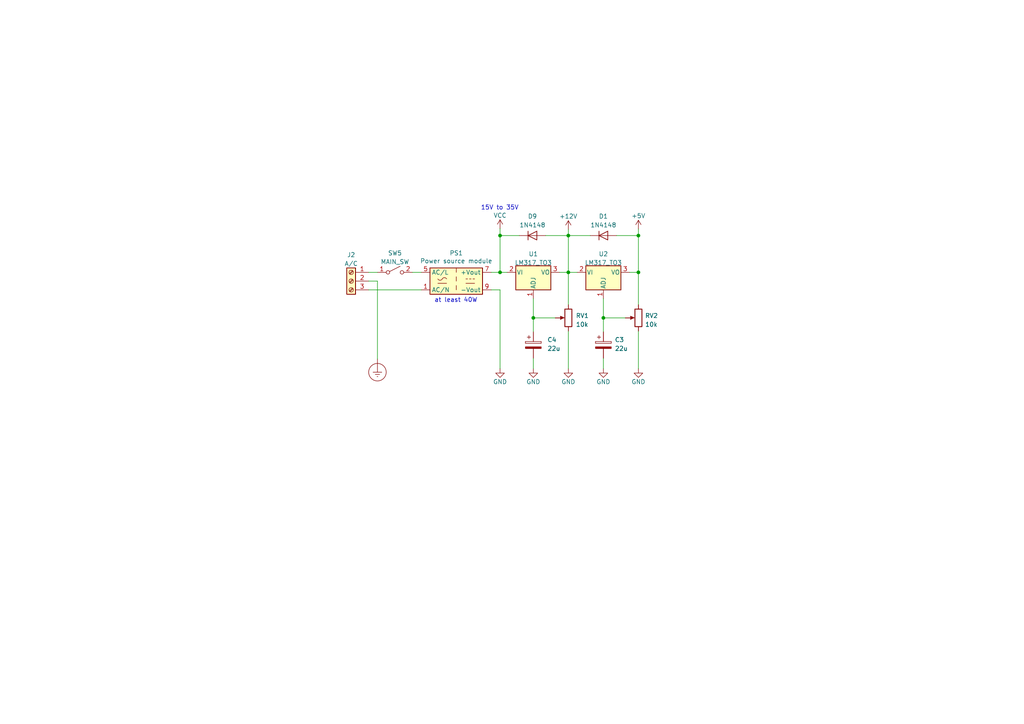
<source format=kicad_sch>
(kicad_sch (version 20230121) (generator eeschema)
  (paper "A4")
  (lib_symbols
    (symbol "Connector:Screw_Terminal_01x03" (pin_names (offset 1.016) hide)
      (property "Reference" "J" (at 0 5.08 0))
      (property "Value" "Screw_Terminal_01x03" (at 0 -5.08 0))
      (symbol "Screw_Terminal_01x03_1_1"
        (rectangle (start -1.27 3.81) (end 1.27 -3.81) (stroke (width 0.254)) (fill (type background)))
        (circle (center 0 -2.54) (radius 0.635) (stroke (width 0.1524)))
        (polyline (pts (xy -0.5334 -2.2098) (xy 0.3302 -3.048)) (stroke (width 0.1524)))
        (polyline (pts (xy -0.5334 0.3302) (xy 0.3302 -0.508)) (stroke (width 0.1524)))
        (polyline (pts (xy -0.5334 2.8702) (xy 0.3302 2.032)) (stroke (width 0.1524)))
        (polyline (pts (xy -0.3556 -2.032) (xy 0.508 -2.8702)) (stroke (width 0.1524)))
        (polyline (pts (xy -0.3556 0.508) (xy 0.508 -0.3302)) (stroke (width 0.1524)))
        (polyline (pts (xy -0.3556 3.048) (xy 0.508 2.2098)) (stroke (width 0.1524)))
        (circle (center 0 0) (radius 0.635) (stroke (width 0.1524)))
        (circle (center 0 2.54) (radius 0.635) (stroke (width 0.1524)))
        (pin passive line (at -5.08 2.54 0) (length 3.81) (name "Pin_1") (number "1"))
        (pin passive line (at -5.08 0 0) (length 3.81) (name "Pin_2") (number "2"))
        (pin passive line (at -5.08 -2.54 0) (length 3.81) (name "Pin_3") (number "3"))
      )
    )
    (symbol "Converter_ACDC:HS-40024"
      (property "Reference" "PS" (at 0 5.08 0))
      (property "Value" "HS-40024" (at 0 -5.08 0))
      (symbol "HS-40024_0_1"
        (rectangle (start -7.62 3.81) (end 7.62 -3.81) (stroke (width 0.254)) (fill (type background)))
        (arc (start -5.334 0.635) (mid -4.699 0.2495) (end -4.064 0.635))
        (arc (start -2.794 0.635) (mid -3.429 1.0072) (end -4.064 0.635))
        (polyline (pts (xy -5.334 -0.635) (xy -2.794 -0.635)))
        (polyline (pts (xy 2.794 -0.635) (xy 5.334 -0.635)))
        (polyline (pts (xy 2.794 0.635) (xy 3.302 0.635)))
        (polyline (pts (xy 3.81 0.635) (xy 4.318 0.635)))
        (polyline (pts (xy 4.826 0.635) (xy 5.334 0.635)))
      )
      (symbol "HS-40024_1_1"
        (polyline (pts (xy 0 -1.27) (xy 0 -2.54)))
        (polyline (pts (xy 0 1.27) (xy 0 0)))
        (polyline (pts (xy 0 3.81) (xy 0 2.54)))
        (pin power_in line (at -10.16 -2.54 0) (length 2.54) (name "AC/N") (number "1"))
        (pin power_in line (at -10.16 2.54 0) (length 2.54) (name "AC/L") (number "5"))
        (pin power_out line (at 10.16 2.54 180) (length 2.54) (name "+Vout") (number "7"))
        (pin power_out line (at 10.16 -2.54 180) (length 2.54) (name "-Vout") (number "9"))
      )
    )
    (symbol "device:CP" (pin_numbers hide) (pin_names (offset 0.254))
      (property "Reference" "C" (at 0.635 2.54 0))
      (property "Value" "CP" (at 0.635 -2.54 0))
      (symbol "CP_0_1"
        (rectangle (start -2.286 0.508) (end -2.286 1.016))
        (rectangle (start -2.286 0.508) (end 2.286 0.508))
        (polyline (pts (xy -1.778 2.286) (xy -0.762 2.286)))
        (polyline (pts (xy -1.27 2.794) (xy -1.27 1.778)))
        (rectangle (start 2.286 -0.508) (end -2.286 -1.016) (fill (type outline)))
        (rectangle (start 2.286 1.016) (end -2.286 1.016))
        (rectangle (start 2.286 1.016) (end 2.286 0.508))
      )
      (symbol "CP_1_1"
        (pin passive line (at 0 3.81 270) (length 2.794) (name "~") (number "1"))
        (pin passive line (at 0 -3.81 90) (length 2.794) (name "~") (number "2"))
      )
    )
    (symbol "device:POT" (pin_numbers hide) (pin_names (offset 1.016) hide)
      (property "Reference" "RV" (at -4.445 0 90))
      (property "Value" "POT" (at -2.54 0 90))
      (symbol "POT_0_1"
        (polyline (pts (xy 2.54 0) (xy 1.524 0)))
        (polyline (pts (xy 1.143 0) (xy 2.286 0.508) (xy 2.286 -0.508)) (fill (type outline)))
        (rectangle (start 1.016 2.54) (end -1.016 -2.54) (stroke (width 0.254)))
      )
      (symbol "POT_1_1"
        (pin passive line (at 0 3.81 270) (length 1.27) (name "1") (number "1"))
        (pin passive line (at 3.81 0 180) (length 1.27) (name "2") (number "2"))
        (pin passive line (at 0 -3.81 90) (length 1.27) (name "3") (number "3"))
      )
    )
    (symbol "diode:1N4148" (pin_numbers hide) (pin_names (offset 1.016) hide)
      (property "Reference" "D" (at 0 2.54 0))
      (property "Value" "1N4148" (at 0 -2.54 0))
      (symbol "1N4148_0_1"
        (polyline (pts (xy -1.27 1.27) (xy -1.27 -1.27)) (stroke (width 0.2032)))
        (polyline (pts (xy 1.27 0) (xy -1.27 0)))
        (polyline (pts (xy 1.27 1.27) (xy 1.27 -1.27) (xy -1.27 0) (xy 1.27 1.27)) (stroke (width 0.2032)))
      )
      (symbol "1N4148_1_1"
        (pin passive line (at -3.81 0 0) (length 2.54) (name "K") (number "1"))
        (pin passive line (at 3.81 0 180) (length 2.54) (name "A") (number "2"))
      )
    )
    (symbol "power:+12V" (power) (pin_names (offset 0))
      (property "Value" "+12V" (at 0 3.556 0))
      (symbol "+12V_0_1"
        (polyline (pts (xy -0.762 1.27) (xy 0 2.54)))
        (polyline (pts (xy 0 0) (xy 0 2.54)))
        (polyline (pts (xy 0 2.54) (xy 0.762 1.27)))
      )
      (symbol "+12V_1_1"
        (pin power_in line (at 0 0 90) (length 0) hide (name "+12V") (number "1"))
      )
    )
    (symbol "power:+5V" (power) (pin_names (offset 0))
      (property "Value" "+5V" (at 0 3.556 0))
      (symbol "+5V_0_1"
        (polyline (pts (xy -0.762 1.27) (xy 0 2.54)))
        (polyline (pts (xy 0 0) (xy 0 2.54)))
        (polyline (pts (xy 0 2.54) (xy 0.762 1.27)))
      )
      (symbol "+5V_1_1"
        (pin power_in line (at 0 0 90) (length 0) hide (name "+5V") (number "1"))
      )
    )
    (symbol "power:Earth_Protective" (power) (pin_names (offset 0))
      (symbol "Earth_Protective_0_1"
        (circle (center 0 -3.81) (radius 2.54))
        (polyline (pts (xy -0.635 -4.445) (xy 0.635 -4.445)))
        (polyline (pts (xy -0.127 -5.08) (xy 0.127 -5.08)))
        (polyline (pts (xy 0 -3.81) (xy 0 0)))
        (polyline (pts (xy 1.27 -3.81) (xy -1.27 -3.81)))
      )
      (symbol "Earth_Protective_1_1"
        (pin power_in line (at 0 0 270) (length 0) hide (name "Earth_Protective") (number "1"))
      )
    )
    (symbol "power:GND" (power) (pin_names (offset 0))
      (property "Value" "GND" (at 0 -3.81 0))
      (symbol "GND_0_1"
        (polyline (pts (xy 0 0) (xy 0 -1.27) (xy 1.27 -1.27) (xy 0 -2.54) (xy -1.27 -1.27) (xy 0 -1.27)))
      )
      (symbol "GND_1_1"
        (pin power_in line (at 0 0 270) (length 0) hide (name "GND") (number "1"))
      )
    )
    (symbol "power:VCC" (power) (pin_names (offset 0))
      (property "Value" "VCC" (at 0 3.81 0))
      (symbol "VCC_0_1"
        (polyline (pts (xy -0.762 1.27) (xy 0 2.54)))
        (polyline (pts (xy 0 0) (xy 0 2.54)))
        (polyline (pts (xy 0 2.54) (xy 0.762 1.27)))
      )
      (symbol "VCC_1_1"
        (pin power_in line (at 0 0 90) (length 0) hide (name "VCC") (number "1"))
      )
    )
    (symbol "regul:LM317_TO3" (pin_names (offset 0.254))
      (property "Reference" "U" (at -3.81 3.175 0))
      (property "Value" "LM317_TO3" (at 0 3.175 0))
      (symbol "LM317_TO3_0_1"
        (rectangle (start -5.08 1.905) (end 5.08 -5.08) (stroke (width 0.254)) (fill (type background)))
      )
      (symbol "LM317_TO3_1_1"
        (pin input line (at 0 -7.62 90) (length 2.54) (name "ADJ") (number "1"))
        (pin power_in line (at -7.62 0 0) (length 2.54) (name "VI") (number "2"))
        (pin power_out line (at 7.62 0 180) (length 2.54) (name "VO") (number "3"))
      )
    )
    (symbol "switches:SW_SPST" (pin_names (offset 0) hide)
      (property "Reference" "SW" (at 0 3.175 0))
      (property "Value" "SW_SPST" (at 0 -2.54 0))
      (symbol "SW_SPST_0_0"
        (circle (center -2.032 0) (radius 0.508))
        (polyline (pts (xy -1.524 0.254) (xy 1.524 1.778)))
        (circle (center 2.032 0) (radius 0.508))
      )
      (symbol "SW_SPST_1_1"
        (pin passive line (at -5.08 0 0) (length 2.54) (name "A") (number "1"))
        (pin passive line (at 5.08 0 180) (length 2.54) (name "B") (number "2"))
      )
    )
  )
  (junction (at 164.846 68.326))
  (junction (at 185.166 68.326))
  (junction (at 164.846 78.994))
  (junction (at 175.006 92.202))
  (junction (at 145.034 68.326))
  (junction (at 185.166 78.994))
  (junction (at 145.034 78.994))
  (junction (at 154.686 92.202))
  (wire (pts (xy 109.474 81.534) (xy 106.934 81.534)))
  (wire (pts (xy 185.166 66.421) (xy 185.166 68.326)))
  (wire (pts (xy 119.634 78.994) (xy 122.174 78.994)))
  (wire (pts (xy 164.846 78.994) (xy 167.386 78.994)))
  (wire (pts (xy 150.622 68.326) (xy 145.034 68.326)))
  (wire (pts (xy 145.034 68.326) (xy 145.034 78.994)))
  (wire (pts (xy 175.006 92.202) (xy 181.356 92.202)))
  (wire (pts (xy 175.006 103.886) (xy 175.006 106.934)))
  (wire (pts (xy 145.034 84.074) (xy 145.034 106.934)))
  (wire (pts (xy 109.474 81.534) (xy 109.474 104.14)))
  (wire (pts (xy 162.306 78.994) (xy 164.846 78.994)))
  (wire (pts (xy 164.846 68.326) (xy 164.846 66.548)))
  (wire (pts (xy 182.626 78.994) (xy 185.166 78.994)))
  (wire (pts (xy 145.034 68.326) (xy 145.034 66.294)))
  (wire (pts (xy 106.934 78.994) (xy 109.474 78.994)))
  (wire (pts (xy 164.846 96.012) (xy 164.846 106.934)))
  (wire (pts (xy 106.934 84.074) (xy 122.174 84.074)))
  (wire (pts (xy 175.006 92.202) (xy 175.006 96.266)))
  (wire (pts (xy 185.166 78.994) (xy 185.166 88.392)))
  (wire (pts (xy 145.034 78.994) (xy 147.066 78.994)))
  (wire (pts (xy 164.846 78.994) (xy 164.846 88.392)))
  (wire (pts (xy 175.006 86.614) (xy 175.006 92.202)))
  (wire (pts (xy 164.846 68.326) (xy 164.846 78.994)))
  (wire (pts (xy 171.196 68.326) (xy 164.846 68.326)))
  (wire (pts (xy 154.686 92.202) (xy 161.036 92.202)))
  (wire (pts (xy 178.816 68.326) (xy 185.166 68.326)))
  (wire (pts (xy 185.166 68.326) (xy 185.166 78.994)))
  (wire (pts (xy 154.686 103.886) (xy 154.686 106.934)))
  (wire (pts (xy 142.494 78.994) (xy 145.034 78.994)))
  (wire (pts (xy 154.686 92.202) (xy 154.686 96.266)))
  (wire (pts (xy 142.494 84.074) (xy 145.034 84.074)))
  (wire (pts (xy 185.166 96.012) (xy 185.166 106.934)))
  (wire (pts (xy 158.242 68.326) (xy 164.846 68.326)))
  (wire (pts (xy 154.686 86.614) (xy 154.686 92.202)))
  (text "15V to 35V" (at 139.446 61.087 0) (effects (font (size 1.27 1.27)) (justify left bottom)))
  (text "at least 40W" (at 125.984 87.884 0) (effects (font (size 1.27 1.27)) (justify left bottom)))
  (symbol (lib_id "device:CP") (at 154.686 100.076 0) (unit 1)
    (property "Reference" "C4" (at 158.75 98.552 0) (effects (justify left)))
    (property "Value" "22u" (at 158.75 101.092 0) (effects (justify left)))
  )
  (symbol (lib_id "power:GND") (at 145.034 106.934 0) (unit 1)
    (property "Reference" "#PWR014" (effects hide))
    (property "Value" "GND" (at 145.034 110.744 0))
    (instances (project "GRUB" (path "" (reference "#PWR014") (unit 1)) (path "" (reference "#PWR020") (unit 1))))
  )
  (symbol (lib_id "power:GND") (at 164.846 106.934 0) (unit 1)
    (property "Reference" "#PWR014" (effects hide))
    (property "Value" "GND" (at 164.846 110.744 0))
    (instances (project "GRUB" (path "" (reference "#PWR014") (unit 1)) (path "" (reference "#PWR031") (unit 1))))
  )
  (symbol (lib_id "Connector:Screw_Terminal_01x03") (at 101.854 81.534 0) (mirror y) (unit 1)
    (property "Reference" "J2" (at 101.854 73.914 0))
    (property "Value" "A/C" (at 101.854 76.454 0))
  )
  (symbol (lib_id "device:POT") (at 185.166 92.202 0) (mirror y) (unit 1)
    (property "Reference" "RV2" (at 187.071 91.567 0) (effects (justify right)))
    (property "Value" "10k" (at 187.071 94.107 0) (effects (justify right)))
  )
  (symbol (lib_id "power:VCC") (at 145.034 66.294 0) (unit 1)
    (property "Reference" "#PWR020" (effects hide))
    (property "Value" "VCC" (at 145.034 62.484 0))
    (instances (project "GRUB" (path "" (reference "#PWR020") (unit 1)) (path "" (reference "#PWR015") (unit 1))))
  )
  (symbol (lib_id "device:CP") (at 175.006 100.076 0) (unit 1)
    (property "Reference" "C3" (at 178.308 98.552 0) (effects (justify left)))
    (property "Value" "22u" (at 178.308 101.092 0) (effects (justify left)))
  )
  (symbol (lib_id "power:+12V") (at 164.846 66.548 0) (unit 1)
    (property "Reference" "#PWR012" (effects hide))
    (property "Value" "+12V" (at 164.846 62.738 0))
    (instances (project "GRUB" (path "" (reference "#PWR012") (unit 1)) (path "" (reference "#PWR037") (unit 1))))
  )
  (symbol (lib_id "regul:LM317_TO3") (at 175.006 78.994 0) (unit 1)
    (property "Reference" "U2" (at 175.006 73.66 0))
    (property "Value" "LM317_TO3" (at 175.006 76.2 0))
    (property "Footprint" "TO_SOT_Packages_THT:TO-3" (effects hide))
    (property "Datasheet" "http://www.ti.com/lit/ds/symlink/lm317.pdf" (effects hide))
  )
  (symbol (lib_id "power:GND") (at 154.686 106.934 0) (unit 1)
    (property "Reference" "#PWR014" (effects hide))
    (property "Value" "GND" (at 154.686 110.744 0))
    (instances (project "GRUB" (path "" (reference "#PWR014") (unit 1)) (path "" (reference "#PWR029") (unit 1))))
  )
  (symbol (lib_id "Converter_ACDC:HS-40024") (at 132.334 81.534 0) (unit 1)
    (property "Reference" "PS1" (at 132.334 73.406 0))
    (property "Value" "Power source module" (at 132.334 75.692 0))
    (property "Footprint" "Converter_ACDC:Converter_ACDC_Hahn_HS-400xx_THT" (effects hide))
    (property "Datasheet" "https://www.schukat.com/schukat/pdf.nsf/index/17647BA7403E2D39C1257B810041F34E/$file/HS-40024-Serie%20Schemazeichnung-A3%20(1).pdf" (effects hide))
  )
  (symbol (lib_id "power:GND") (at 185.166 106.934 0) (unit 1)
    (property "Reference" "#PWR014" (effects hide))
    (property "Value" "GND" (at 185.166 110.744 0))
    (instances (project "GRUB" (path "" (reference "#PWR014") (unit 1)) (path "" (reference "#PWR034") (unit 1))))
  )
  (symbol (lib_id "diode:1N4148") (at 175.006 68.326 0) (unit 1)
    (property "Reference" "D1" (at 175.006 62.738 0))
    (property "Value" "1N4148" (at 175.006 65.278 0))
    (property "Footprint" "Diodes_THT:D_DO-35_SOD27_Horizontal_RM10" (effects hide))
    (property "Datasheet" "http://www.nxp.com/documents/data_sheet/1N4148_1N4448.pdf" (effects hide))
  )
  (symbol (lib_id "power:+5V") (at 185.166 66.421 0) (unit 1)
    (property "Reference" "#PWR019" (effects hide))
    (property "Value" "+5V" (at 185.166 62.611 0))
    (instances (project "GRUB" (path "" (reference "#PWR019") (unit 1)) (path "" (reference "#PWR038") (unit 1))))
  )
  (symbol (lib_id "power:Earth_Protective") (at 109.474 104.14 0) (unit 1)
    (property "Reference" "#PWR015" (effects hide))
    (property "Value" "Earth_Protective" (effects hide))
    (instances (project "GRUB" (path "" (reference "#PWR015") (unit 1)) (path "" (reference "#PWR014") (unit 1))))
  )
  (symbol (lib_id "regul:LM317_TO3") (at 154.686 78.994 0) (unit 1)
    (property "Reference" "U1" (at 154.686 73.66 0))
    (property "Value" "LM317_TO3" (at 154.686 76.2 0))
    (property "Footprint" "TO_SOT_Packages_THT:TO-3" (effects hide))
    (property "Datasheet" "http://www.ti.com/lit/ds/symlink/lm317.pdf" (effects hide))
  )
  (symbol (lib_id "power:GND") (at 175.006 106.934 0) (unit 1)
    (property "Reference" "#PWR014" (effects hide))
    (property "Value" "GND" (at 175.006 110.744 0))
    (instances (project "GRUB" (path "" (reference "#PWR014") (unit 1)) (path "" (reference "#PWR033") (unit 1))))
  )
  (symbol (lib_id "switches:SW_SPST") (at 114.554 78.994 0) (unit 1)
    (property "Reference" "SW5" (at 114.554 73.406 0))
    (property "Value" "MAIN_SW" (at 114.554 75.946 0))
  )
  (symbol (lib_id "device:POT") (at 164.846 92.202 0) (mirror y) (unit 1)
    (property "Reference" "RV1" (at 167.005 91.567 0) (effects (justify right)))
    (property "Value" "10k" (at 167.005 94.107 0) (effects (justify right)))
  )
  (symbol (lib_id "diode:1N4148") (at 154.432 68.326 0) (unit 1)
    (property "Reference" "D9" (at 154.432 62.738 0))
    (property "Value" "1N4148" (at 154.432 65.278 0))
    (property "Footprint" "Diodes_THT:D_DO-35_SOD27_Horizontal_RM10" (effects hide))
    (property "Datasheet" "http://www.nxp.com/documents/data_sheet/1N4148_1N4448.pdf" (effects hide))
  )
)
</source>
